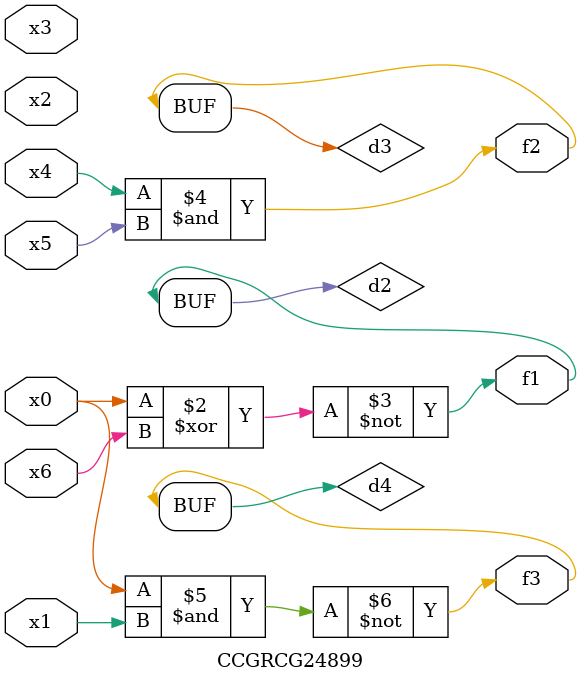
<source format=v>
module CCGRCG24899(
	input x0, x1, x2, x3, x4, x5, x6,
	output f1, f2, f3
);

	wire d1, d2, d3, d4;

	nor (d1, x0);
	xnor (d2, x0, x6);
	and (d3, x4, x5);
	nand (d4, x0, x1);
	assign f1 = d2;
	assign f2 = d3;
	assign f3 = d4;
endmodule

</source>
